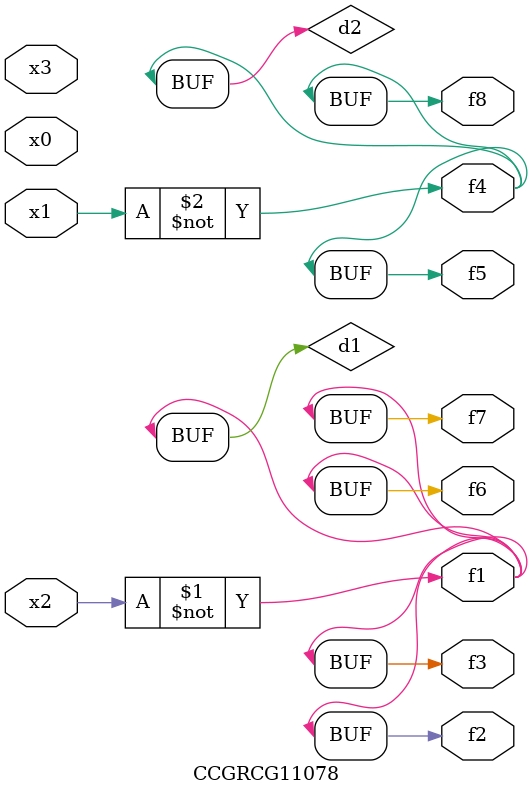
<source format=v>
module CCGRCG11078(
	input x0, x1, x2, x3,
	output f1, f2, f3, f4, f5, f6, f7, f8
);

	wire d1, d2;

	xnor (d1, x2);
	not (d2, x1);
	assign f1 = d1;
	assign f2 = d1;
	assign f3 = d1;
	assign f4 = d2;
	assign f5 = d2;
	assign f6 = d1;
	assign f7 = d1;
	assign f8 = d2;
endmodule

</source>
